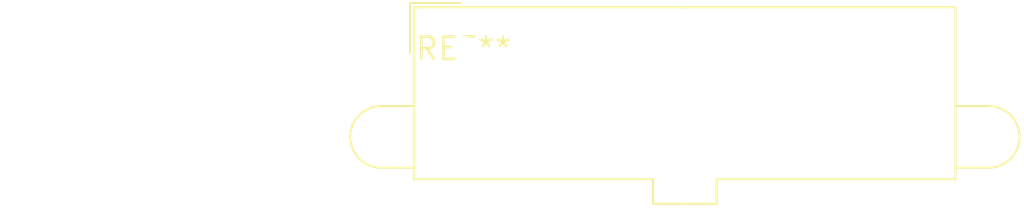
<source format=kicad_pcb>
(kicad_pcb (version 20240108) (generator pcbnew)
  (layers (0 "F.Cu" signal) (31 "B.Cu" signal) (34 "B.Paste" user) (35 "F.Paste" user) (36 "B.SilkS" user "B.Silkscreen") (37 "F.SilkS" user "F.Silkscreen") (38 "B.Mask" user) (39 "F.Mask" user) (44 "Edge.Cuts" user))
  (net 0 "")
  (footprint "Molex_Mini-Fit_Jr_5566-14A2_2x07_P4.20mm_Vertical" (layer "F.Cu") (at 0 0)
    (property "Reference" "REF**")
    (property "Value" "Molex_Mini-Fit_Jr_5566-14A2_2x07_P4.20mm_Vertical")
    (fp_line (start -4.7 3.28) (end -2.81 3.28) (layer "F.SilkS") (stroke (width 0.12)))
    (fp_line (start -4.7 6.8) (end -2.81 6.8) (layer "F.SilkS") (stroke (width 0.12)))
    (fp_line (start -3.05 -2.6) (end -3.05 0.25) (layer "F.SilkS") (stroke (width 0.12)))
    (fp_line (start -2.81 -2.36) (end -2.81 7.46) (layer "F.SilkS") (stroke (width 0.12)))
    (fp_line (start -2.81 7.46) (end 10.79 7.46) (layer "F.SilkS") (stroke (width 0.12)))
    (fp_line (start -0.2 -2.6) (end -3.05 -2.6) (layer "F.SilkS") (stroke (width 0.12)))
    (fp_line (start 10.79 7.46) (end 10.79 8.86) (layer "F.SilkS") (stroke (width 0.12)))
    (fp_line (start 10.79 8.86) (end 12.6 8.86) (layer "F.SilkS") (stroke (width 0.12)))
    (fp_line (start 12.6 -2.36) (end -2.81 -2.36) (layer "F.SilkS") (stroke (width 0.12)))
    (fp_line (start 12.6 -2.36) (end 28.01 -2.36) (layer "F.SilkS") (stroke (width 0.12)))
    (fp_line (start 14.41 7.46) (end 14.41 8.86) (layer "F.SilkS") (stroke (width 0.12)))
    (fp_line (start 14.41 8.86) (end 12.6 8.86) (layer "F.SilkS") (stroke (width 0.12)))
    (fp_line (start 28.01 -2.36) (end 28.01 7.46) (layer "F.SilkS") (stroke (width 0.12)))
    (fp_line (start 28.01 7.46) (end 14.41 7.46) (layer "F.SilkS") (stroke (width 0.12)))
    (fp_line (start 29.9 3.28) (end 28.01 3.28) (layer "F.SilkS") (stroke (width 0.12)))
    (fp_line (start 29.9 6.8) (end 28.01 6.8) (layer "F.SilkS") (stroke (width 0.12)))
    (fp_arc (start -4.7 6.8) (mid -6.46 5.04) (end -4.7 3.28) (layer "F.SilkS") (stroke (width 0.12)))
    (fp_arc (start 29.9 3.28) (mid 31.66 5.04) (end 29.9 6.8) (layer "F.SilkS") (stroke (width 0.12)))
    (pad "" np_thru_hole circle (at -4.7 5.04) (size 3 3) (drill 3) (layers *.Cu *.Mask))
    (pad "" np_thru_hole circle (at 29.9 5.04) (size 3 3) (drill 3) (layers *.Cu *.Mask))
    (pad "1" thru_hole roundrect (at 0 0) (size 2.7 3.3) (drill 1.4) (layers *.Cu *.Mask) (remove_unused_layers) (roundrect_rratio 0.092593))
    (pad "2" thru_hole oval (at 4.2 0) (size 2.7 3.3) (drill 1.4) (layers *.Cu *.Mask) (remove_unused_layers))
    (pad "3" thru_hole oval (at 8.4 0) (size 2.7 3.3) (drill 1.4) (layers *.Cu *.Mask) (remove_unused_layers))
    (pad "4" thru_hole oval (at 12.6 0) (size 2.7 3.3) (drill 1.4) (layers *.Cu *.Mask) (remove_unused_layers))
    (pad "5" thru_hole oval (at 16.8 0) (size 2.7 3.3) (drill 1.4) (layers *.Cu *.Mask) (remove_unused_layers))
    (pad "6" thru_hole oval (at 21 0) (size 2.7 3.3) (drill 1.4) (layers *.Cu *.Mask) (remove_unused_layers))
    (pad "7" thru_hole oval (at 25.2 0) (size 2.7 3.3) (drill 1.4) (layers *.Cu *.Mask) (remove_unused_layers))
    (pad "8" thru_hole oval (at 0 5.5) (size 2.7 3.3) (drill 1.4) (layers *.Cu *.Mask) (remove_unused_layers))
    (pad "9" thru_hole oval (at 4.2 5.5) (size 2.7 3.3) (drill 1.4) (layers *.Cu *.Mask) (remove_unused_layers))
    (pad "10" thru_hole oval (at 8.4 5.5) (size 2.7 3.3) (drill 1.4) (layers *.Cu *.Mask) (remove_unused_layers))
    (pad "11" thru_hole oval (at 12.6 5.5) (size 2.7 3.3) (drill 1.4) (layers *.Cu *.Mask) (remove_unused_layers))
    (pad "12" thru_hole oval (at 16.8 5.5) (size 2.7 3.3) (drill 1.4) (layers *.Cu *.Mask) (remove_unused_layers))
    (pad "13" thru_hole oval (at 21 5.5) (size 2.7 3.3) (drill 1.4) (layers *.Cu *.Mask) (remove_unused_layers))
    (pad "14" thru_hole oval (at 25.2 5.5) (size 2.7 3.3) (drill 1.4) (layers *.Cu *.Mask) (remove_unused_layers))
  )
)
</source>
